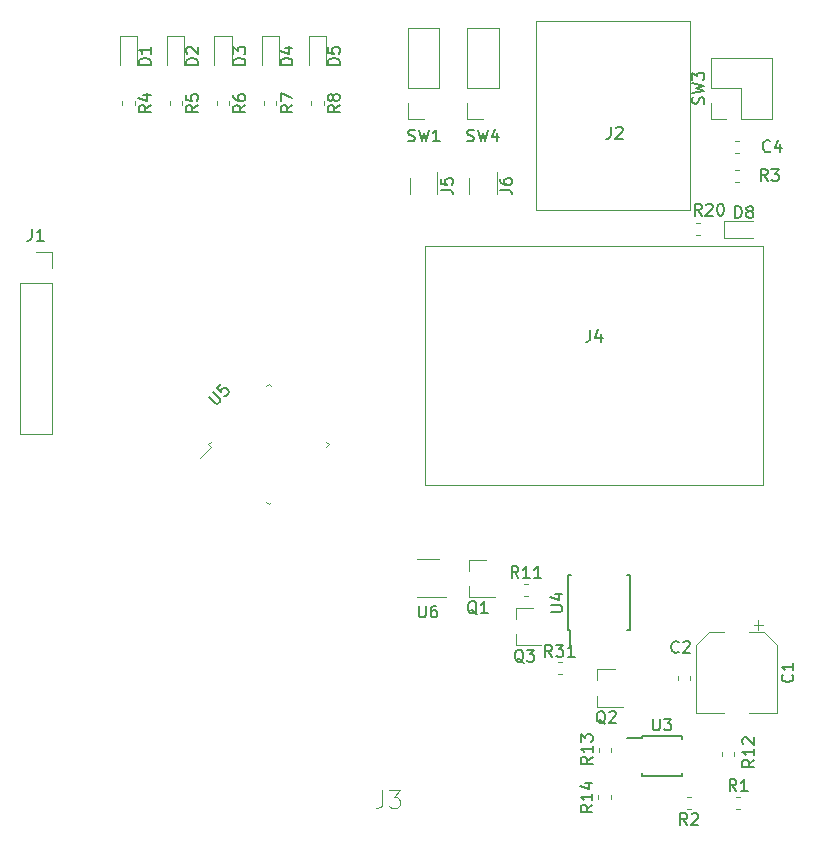
<source format=gbr>
%TF.GenerationSoftware,KiCad,Pcbnew,(5.1.4)-1*%
%TF.CreationDate,2020-12-20T21:21:52+02:00*%
%TF.ProjectId,Borta Dators,426f7274-6120-4446-9174-6f72732e6b69,rev?*%
%TF.SameCoordinates,Original*%
%TF.FileFunction,Legend,Top*%
%TF.FilePolarity,Positive*%
%FSLAX46Y46*%
G04 Gerber Fmt 4.6, Leading zero omitted, Abs format (unit mm)*
G04 Created by KiCad (PCBNEW (5.1.4)-1) date 2020-12-20 21:21:52*
%MOMM*%
%LPD*%
G04 APERTURE LIST*
%ADD10C,0.120000*%
%ADD11C,0.150000*%
%ADD12C,0.015000*%
G04 APERTURE END LIST*
D10*
%TO.C,J4*%
X146700000Y-69120000D02*
X146700000Y-89320000D01*
X118100000Y-89320000D02*
X146700000Y-89320000D01*
X118100000Y-69120000D02*
X118100000Y-89320000D01*
X118100000Y-69120000D02*
X146700000Y-69120000D01*
%TO.C,C1*%
X141080000Y-108620000D02*
X143430000Y-108620000D01*
X147900000Y-108620000D02*
X145550000Y-108620000D01*
X147900000Y-102864437D02*
X147900000Y-108620000D01*
X141080000Y-102864437D02*
X141080000Y-108620000D01*
X142144437Y-101800000D02*
X143430000Y-101800000D01*
X146835563Y-101800000D02*
X145550000Y-101800000D01*
X146835563Y-101800000D02*
X147900000Y-102864437D01*
X142144437Y-101800000D02*
X141080000Y-102864437D01*
X146337500Y-100772500D02*
X146337500Y-101560000D01*
X146731250Y-101166250D02*
X145943750Y-101166250D01*
%TO.C,C2*%
X139540000Y-105448733D02*
X139540000Y-105791267D01*
X140560000Y-105448733D02*
X140560000Y-105791267D01*
%TO.C,C4*%
X144691267Y-60160000D02*
X144348733Y-60160000D01*
X144691267Y-61180000D02*
X144348733Y-61180000D01*
%TO.C,D1*%
X93735000Y-53800000D02*
X93735000Y-51340000D01*
X93735000Y-51340000D02*
X92265000Y-51340000D01*
X92265000Y-51340000D02*
X92265000Y-53800000D01*
%TO.C,D2*%
X96265000Y-51340000D02*
X96265000Y-53800000D01*
X97735000Y-51340000D02*
X96265000Y-51340000D01*
X97735000Y-53800000D02*
X97735000Y-51340000D01*
%TO.C,D3*%
X101735000Y-53800000D02*
X101735000Y-51340000D01*
X101735000Y-51340000D02*
X100265000Y-51340000D01*
X100265000Y-51340000D02*
X100265000Y-53800000D01*
%TO.C,D4*%
X104265000Y-51340000D02*
X104265000Y-53800000D01*
X105735000Y-51340000D02*
X104265000Y-51340000D01*
X105735000Y-53800000D02*
X105735000Y-51340000D01*
%TO.C,D5*%
X109735000Y-53800000D02*
X109735000Y-51340000D01*
X109735000Y-51340000D02*
X108265000Y-51340000D01*
X108265000Y-51340000D02*
X108265000Y-53800000D01*
%TO.C,D8*%
X145900000Y-66945000D02*
X143440000Y-66945000D01*
X143440000Y-66945000D02*
X143440000Y-68415000D01*
X143440000Y-68415000D02*
X145900000Y-68415000D01*
%TO.C,J1*%
X83820000Y-72230000D02*
X86480000Y-72230000D01*
X83820000Y-72230000D02*
X83820000Y-84990000D01*
X83820000Y-84990000D02*
X86480000Y-84990000D01*
X86480000Y-72230000D02*
X86480000Y-84990000D01*
X86480000Y-69630000D02*
X86480000Y-70960000D01*
X85150000Y-69630000D02*
X86480000Y-69630000D01*
%TO.C,J2*%
X140500000Y-66000000D02*
X127500000Y-66000000D01*
X140500000Y-50000000D02*
X127500000Y-50000000D01*
X127500000Y-66000000D02*
X127500000Y-50000000D01*
X140500000Y-50000000D02*
X140500000Y-66000000D01*
%TO.C,J5*%
X116840000Y-63300000D02*
X116840000Y-64700000D01*
X119160000Y-64700000D02*
X119160000Y-62800000D01*
%TO.C,J6*%
X124160000Y-64700000D02*
X124160000Y-62800000D01*
X121840000Y-63300000D02*
X121840000Y-64700000D01*
%TO.C,Q1*%
X121830000Y-95650000D02*
X123290000Y-95650000D01*
X121830000Y-98810000D02*
X123990000Y-98810000D01*
X121830000Y-98810000D02*
X121830000Y-97880000D01*
X121830000Y-95650000D02*
X121830000Y-96580000D01*
%TO.C,Q2*%
X132700000Y-104920000D02*
X132700000Y-105850000D01*
X132700000Y-108080000D02*
X132700000Y-107150000D01*
X132700000Y-108080000D02*
X134860000Y-108080000D01*
X132700000Y-104920000D02*
X134160000Y-104920000D01*
%TO.C,Q3*%
X125780000Y-99740000D02*
X125780000Y-100670000D01*
X125780000Y-102900000D02*
X125780000Y-101970000D01*
X125780000Y-102900000D02*
X127940000Y-102900000D01*
X125780000Y-99740000D02*
X127240000Y-99740000D01*
%TO.C,R1*%
X144458733Y-115700000D02*
X144801267Y-115700000D01*
X144458733Y-116720000D02*
X144801267Y-116720000D01*
%TO.C,R2*%
X140641267Y-116730000D02*
X140298733Y-116730000D01*
X140641267Y-115710000D02*
X140298733Y-115710000D01*
%TO.C,R3*%
X144328733Y-62680000D02*
X144671267Y-62680000D01*
X144328733Y-63700000D02*
X144671267Y-63700000D01*
%TO.C,R4*%
X92490000Y-56828733D02*
X92490000Y-57171267D01*
X93510000Y-56828733D02*
X93510000Y-57171267D01*
%TO.C,R5*%
X96490000Y-56828733D02*
X96490000Y-57171267D01*
X97510000Y-56828733D02*
X97510000Y-57171267D01*
%TO.C,R6*%
X100490000Y-56828733D02*
X100490000Y-57171267D01*
X101510000Y-56828733D02*
X101510000Y-57171267D01*
%TO.C,R7*%
X104490000Y-56828733D02*
X104490000Y-57171267D01*
X105510000Y-56828733D02*
X105510000Y-57171267D01*
%TO.C,R8*%
X108490000Y-56828733D02*
X108490000Y-57171267D01*
X109510000Y-56828733D02*
X109510000Y-57171267D01*
%TO.C,R11*%
X126488733Y-98680000D02*
X126831267Y-98680000D01*
X126488733Y-97660000D02*
X126831267Y-97660000D01*
%TO.C,R12*%
X144290000Y-111938733D02*
X144290000Y-112281267D01*
X143270000Y-111938733D02*
X143270000Y-112281267D01*
%TO.C,R13*%
X133820000Y-111548733D02*
X133820000Y-111891267D01*
X132800000Y-111548733D02*
X132800000Y-111891267D01*
%TO.C,R14*%
X133810000Y-115588733D02*
X133810000Y-115931267D01*
X132790000Y-115588733D02*
X132790000Y-115931267D01*
%TO.C,R20*%
X141421267Y-67150000D02*
X141078733Y-67150000D01*
X141421267Y-68170000D02*
X141078733Y-68170000D01*
%TO.C,SW1*%
X119330000Y-55730000D02*
X116670000Y-55730000D01*
X119330000Y-55730000D02*
X119330000Y-50590000D01*
X119330000Y-50590000D02*
X116670000Y-50590000D01*
X116670000Y-55730000D02*
X116670000Y-50590000D01*
X116670000Y-58330000D02*
X116670000Y-57000000D01*
X118000000Y-58330000D02*
X116670000Y-58330000D01*
%TO.C,SW3*%
X147490000Y-58330000D02*
X147490000Y-53130000D01*
X144890000Y-58330000D02*
X147490000Y-58330000D01*
X142290000Y-53130000D02*
X147490000Y-53130000D01*
X144890000Y-58330000D02*
X144890000Y-55730000D01*
X144890000Y-55730000D02*
X142290000Y-55730000D01*
X142290000Y-55730000D02*
X142290000Y-53130000D01*
X143620000Y-58330000D02*
X142290000Y-58330000D01*
X142290000Y-58330000D02*
X142290000Y-57000000D01*
%TO.C,SW4*%
X123000000Y-58330000D02*
X121670000Y-58330000D01*
X121670000Y-58330000D02*
X121670000Y-57000000D01*
X121670000Y-55730000D02*
X121670000Y-50590000D01*
X124330000Y-50590000D02*
X121670000Y-50590000D01*
X124330000Y-55730000D02*
X124330000Y-50590000D01*
X124330000Y-55730000D02*
X121670000Y-55730000D01*
D11*
%TO.C,U3*%
X136485000Y-110565000D02*
X136485000Y-110740000D01*
X139835000Y-110565000D02*
X139835000Y-110815000D01*
X139835000Y-113915000D02*
X139835000Y-113665000D01*
X136485000Y-113915000D02*
X136485000Y-113665000D01*
X136485000Y-110565000D02*
X139835000Y-110565000D01*
X136485000Y-113915000D02*
X139835000Y-113915000D01*
X136485000Y-110740000D02*
X135235000Y-110740000D01*
%TO.C,U4*%
X130215000Y-101625000D02*
X130340000Y-101625000D01*
X130215000Y-96975000D02*
X130440000Y-96975000D01*
X135465000Y-96975000D02*
X135240000Y-96975000D01*
X135465000Y-101625000D02*
X135240000Y-101625000D01*
X130215000Y-101625000D02*
X130215000Y-96975000D01*
X135465000Y-101625000D02*
X135465000Y-96975000D01*
X130340000Y-101625000D02*
X130340000Y-102975000D01*
D10*
%TO.C,U5*%
X109753179Y-86062132D02*
X109965311Y-85850000D01*
X109965311Y-85850000D02*
X109753179Y-85637868D01*
X105072132Y-90743179D02*
X104860000Y-90955311D01*
X104860000Y-90955311D02*
X104647868Y-90743179D01*
X104647868Y-80956821D02*
X104860000Y-80744689D01*
X104860000Y-80744689D02*
X105072132Y-80956821D01*
X99966821Y-85637868D02*
X99754689Y-85850000D01*
X99754689Y-85850000D02*
X99966821Y-86062132D01*
X99966821Y-86062132D02*
X99036976Y-86991977D01*
%TO.C,U6*%
X119250000Y-95560000D02*
X117450000Y-95560000D01*
X117450000Y-98780000D02*
X119900000Y-98780000D01*
%TO.C,R31*%
X129328733Y-104330000D02*
X129671267Y-104330000D01*
X129328733Y-105350000D02*
X129671267Y-105350000D01*
%TO.C,J4*%
D11*
X132086666Y-76192380D02*
X132086666Y-76906666D01*
X132039047Y-77049523D01*
X131943809Y-77144761D01*
X131800952Y-77192380D01*
X131705714Y-77192380D01*
X132991428Y-76525714D02*
X132991428Y-77192380D01*
X132753333Y-76144761D02*
X132515238Y-76859047D01*
X133134285Y-76859047D01*
%TO.C,J3*%
D12*
X114500000Y-115178571D02*
X114500000Y-116250000D01*
X114428571Y-116464285D01*
X114285714Y-116607142D01*
X114071428Y-116678571D01*
X113928571Y-116678571D01*
X115071428Y-115178571D02*
X116000000Y-115178571D01*
X115500000Y-115750000D01*
X115714285Y-115750000D01*
X115857142Y-115821428D01*
X115928571Y-115892857D01*
X116000000Y-116035714D01*
X116000000Y-116392857D01*
X115928571Y-116535714D01*
X115857142Y-116607142D01*
X115714285Y-116678571D01*
X115285714Y-116678571D01*
X115142857Y-116607142D01*
X115071428Y-116535714D01*
%TO.C,C1*%
D11*
X149197142Y-105376666D02*
X149244761Y-105424285D01*
X149292380Y-105567142D01*
X149292380Y-105662380D01*
X149244761Y-105805238D01*
X149149523Y-105900476D01*
X149054285Y-105948095D01*
X148863809Y-105995714D01*
X148720952Y-105995714D01*
X148530476Y-105948095D01*
X148435238Y-105900476D01*
X148340000Y-105805238D01*
X148292380Y-105662380D01*
X148292380Y-105567142D01*
X148340000Y-105424285D01*
X148387619Y-105376666D01*
X149292380Y-104424285D02*
X149292380Y-104995714D01*
X149292380Y-104710000D02*
X148292380Y-104710000D01*
X148435238Y-104805238D01*
X148530476Y-104900476D01*
X148578095Y-104995714D01*
%TO.C,C2*%
X139573333Y-103437142D02*
X139525714Y-103484761D01*
X139382857Y-103532380D01*
X139287619Y-103532380D01*
X139144761Y-103484761D01*
X139049523Y-103389523D01*
X139001904Y-103294285D01*
X138954285Y-103103809D01*
X138954285Y-102960952D01*
X139001904Y-102770476D01*
X139049523Y-102675238D01*
X139144761Y-102580000D01*
X139287619Y-102532380D01*
X139382857Y-102532380D01*
X139525714Y-102580000D01*
X139573333Y-102627619D01*
X139954285Y-102627619D02*
X140001904Y-102580000D01*
X140097142Y-102532380D01*
X140335238Y-102532380D01*
X140430476Y-102580000D01*
X140478095Y-102627619D01*
X140525714Y-102722857D01*
X140525714Y-102818095D01*
X140478095Y-102960952D01*
X139906666Y-103532380D01*
X140525714Y-103532380D01*
%TO.C,C4*%
X147333333Y-61037142D02*
X147285714Y-61084761D01*
X147142857Y-61132380D01*
X147047619Y-61132380D01*
X146904761Y-61084761D01*
X146809523Y-60989523D01*
X146761904Y-60894285D01*
X146714285Y-60703809D01*
X146714285Y-60560952D01*
X146761904Y-60370476D01*
X146809523Y-60275238D01*
X146904761Y-60180000D01*
X147047619Y-60132380D01*
X147142857Y-60132380D01*
X147285714Y-60180000D01*
X147333333Y-60227619D01*
X148190476Y-60465714D02*
X148190476Y-61132380D01*
X147952380Y-60084761D02*
X147714285Y-60799047D01*
X148333333Y-60799047D01*
%TO.C,D1*%
X94882380Y-53738095D02*
X93882380Y-53738095D01*
X93882380Y-53500000D01*
X93930000Y-53357142D01*
X94025238Y-53261904D01*
X94120476Y-53214285D01*
X94310952Y-53166666D01*
X94453809Y-53166666D01*
X94644285Y-53214285D01*
X94739523Y-53261904D01*
X94834761Y-53357142D01*
X94882380Y-53500000D01*
X94882380Y-53738095D01*
X94882380Y-52214285D02*
X94882380Y-52785714D01*
X94882380Y-52500000D02*
X93882380Y-52500000D01*
X94025238Y-52595238D01*
X94120476Y-52690476D01*
X94168095Y-52785714D01*
%TO.C,D2*%
X98882380Y-53738095D02*
X97882380Y-53738095D01*
X97882380Y-53500000D01*
X97930000Y-53357142D01*
X98025238Y-53261904D01*
X98120476Y-53214285D01*
X98310952Y-53166666D01*
X98453809Y-53166666D01*
X98644285Y-53214285D01*
X98739523Y-53261904D01*
X98834761Y-53357142D01*
X98882380Y-53500000D01*
X98882380Y-53738095D01*
X97977619Y-52785714D02*
X97930000Y-52738095D01*
X97882380Y-52642857D01*
X97882380Y-52404761D01*
X97930000Y-52309523D01*
X97977619Y-52261904D01*
X98072857Y-52214285D01*
X98168095Y-52214285D01*
X98310952Y-52261904D01*
X98882380Y-52833333D01*
X98882380Y-52214285D01*
%TO.C,D3*%
X102882380Y-53738095D02*
X101882380Y-53738095D01*
X101882380Y-53500000D01*
X101930000Y-53357142D01*
X102025238Y-53261904D01*
X102120476Y-53214285D01*
X102310952Y-53166666D01*
X102453809Y-53166666D01*
X102644285Y-53214285D01*
X102739523Y-53261904D01*
X102834761Y-53357142D01*
X102882380Y-53500000D01*
X102882380Y-53738095D01*
X101882380Y-52833333D02*
X101882380Y-52214285D01*
X102263333Y-52547619D01*
X102263333Y-52404761D01*
X102310952Y-52309523D01*
X102358571Y-52261904D01*
X102453809Y-52214285D01*
X102691904Y-52214285D01*
X102787142Y-52261904D01*
X102834761Y-52309523D01*
X102882380Y-52404761D01*
X102882380Y-52690476D01*
X102834761Y-52785714D01*
X102787142Y-52833333D01*
%TO.C,D4*%
X106882380Y-53738095D02*
X105882380Y-53738095D01*
X105882380Y-53500000D01*
X105930000Y-53357142D01*
X106025238Y-53261904D01*
X106120476Y-53214285D01*
X106310952Y-53166666D01*
X106453809Y-53166666D01*
X106644285Y-53214285D01*
X106739523Y-53261904D01*
X106834761Y-53357142D01*
X106882380Y-53500000D01*
X106882380Y-53738095D01*
X106215714Y-52309523D02*
X106882380Y-52309523D01*
X105834761Y-52547619D02*
X106549047Y-52785714D01*
X106549047Y-52166666D01*
%TO.C,D5*%
X110882380Y-53738095D02*
X109882380Y-53738095D01*
X109882380Y-53500000D01*
X109930000Y-53357142D01*
X110025238Y-53261904D01*
X110120476Y-53214285D01*
X110310952Y-53166666D01*
X110453809Y-53166666D01*
X110644285Y-53214285D01*
X110739523Y-53261904D01*
X110834761Y-53357142D01*
X110882380Y-53500000D01*
X110882380Y-53738095D01*
X109882380Y-52261904D02*
X109882380Y-52738095D01*
X110358571Y-52785714D01*
X110310952Y-52738095D01*
X110263333Y-52642857D01*
X110263333Y-52404761D01*
X110310952Y-52309523D01*
X110358571Y-52261904D01*
X110453809Y-52214285D01*
X110691904Y-52214285D01*
X110787142Y-52261904D01*
X110834761Y-52309523D01*
X110882380Y-52404761D01*
X110882380Y-52642857D01*
X110834761Y-52738095D01*
X110787142Y-52785714D01*
%TO.C,D8*%
X144361904Y-66702380D02*
X144361904Y-65702380D01*
X144600000Y-65702380D01*
X144742857Y-65750000D01*
X144838095Y-65845238D01*
X144885714Y-65940476D01*
X144933333Y-66130952D01*
X144933333Y-66273809D01*
X144885714Y-66464285D01*
X144838095Y-66559523D01*
X144742857Y-66654761D01*
X144600000Y-66702380D01*
X144361904Y-66702380D01*
X145504761Y-66130952D02*
X145409523Y-66083333D01*
X145361904Y-66035714D01*
X145314285Y-65940476D01*
X145314285Y-65892857D01*
X145361904Y-65797619D01*
X145409523Y-65750000D01*
X145504761Y-65702380D01*
X145695238Y-65702380D01*
X145790476Y-65750000D01*
X145838095Y-65797619D01*
X145885714Y-65892857D01*
X145885714Y-65940476D01*
X145838095Y-66035714D01*
X145790476Y-66083333D01*
X145695238Y-66130952D01*
X145504761Y-66130952D01*
X145409523Y-66178571D01*
X145361904Y-66226190D01*
X145314285Y-66321428D01*
X145314285Y-66511904D01*
X145361904Y-66607142D01*
X145409523Y-66654761D01*
X145504761Y-66702380D01*
X145695238Y-66702380D01*
X145790476Y-66654761D01*
X145838095Y-66607142D01*
X145885714Y-66511904D01*
X145885714Y-66321428D01*
X145838095Y-66226190D01*
X145790476Y-66178571D01*
X145695238Y-66130952D01*
%TO.C,J1*%
X84816666Y-67642380D02*
X84816666Y-68356666D01*
X84769047Y-68499523D01*
X84673809Y-68594761D01*
X84530952Y-68642380D01*
X84435714Y-68642380D01*
X85816666Y-68642380D02*
X85245238Y-68642380D01*
X85530952Y-68642380D02*
X85530952Y-67642380D01*
X85435714Y-67785238D01*
X85340476Y-67880476D01*
X85245238Y-67928095D01*
%TO.C,J2*%
X133846666Y-58982380D02*
X133846666Y-59696666D01*
X133799047Y-59839523D01*
X133703809Y-59934761D01*
X133560952Y-59982380D01*
X133465714Y-59982380D01*
X134275238Y-59077619D02*
X134322857Y-59030000D01*
X134418095Y-58982380D01*
X134656190Y-58982380D01*
X134751428Y-59030000D01*
X134799047Y-59077619D01*
X134846666Y-59172857D01*
X134846666Y-59268095D01*
X134799047Y-59410952D01*
X134227619Y-59982380D01*
X134846666Y-59982380D01*
%TO.C,J5*%
X119452380Y-64333333D02*
X120166666Y-64333333D01*
X120309523Y-64380952D01*
X120404761Y-64476190D01*
X120452380Y-64619047D01*
X120452380Y-64714285D01*
X119452380Y-63380952D02*
X119452380Y-63857142D01*
X119928571Y-63904761D01*
X119880952Y-63857142D01*
X119833333Y-63761904D01*
X119833333Y-63523809D01*
X119880952Y-63428571D01*
X119928571Y-63380952D01*
X120023809Y-63333333D01*
X120261904Y-63333333D01*
X120357142Y-63380952D01*
X120404761Y-63428571D01*
X120452380Y-63523809D01*
X120452380Y-63761904D01*
X120404761Y-63857142D01*
X120357142Y-63904761D01*
%TO.C,J6*%
X124452380Y-64333333D02*
X125166666Y-64333333D01*
X125309523Y-64380952D01*
X125404761Y-64476190D01*
X125452380Y-64619047D01*
X125452380Y-64714285D01*
X124452380Y-63428571D02*
X124452380Y-63619047D01*
X124500000Y-63714285D01*
X124547619Y-63761904D01*
X124690476Y-63857142D01*
X124880952Y-63904761D01*
X125261904Y-63904761D01*
X125357142Y-63857142D01*
X125404761Y-63809523D01*
X125452380Y-63714285D01*
X125452380Y-63523809D01*
X125404761Y-63428571D01*
X125357142Y-63380952D01*
X125261904Y-63333333D01*
X125023809Y-63333333D01*
X124928571Y-63380952D01*
X124880952Y-63428571D01*
X124833333Y-63523809D01*
X124833333Y-63714285D01*
X124880952Y-63809523D01*
X124928571Y-63857142D01*
X125023809Y-63904761D01*
%TO.C,Q1*%
X122494761Y-100277619D02*
X122399523Y-100230000D01*
X122304285Y-100134761D01*
X122161428Y-99991904D01*
X122066190Y-99944285D01*
X121970952Y-99944285D01*
X122018571Y-100182380D02*
X121923333Y-100134761D01*
X121828095Y-100039523D01*
X121780476Y-99849047D01*
X121780476Y-99515714D01*
X121828095Y-99325238D01*
X121923333Y-99230000D01*
X122018571Y-99182380D01*
X122209047Y-99182380D01*
X122304285Y-99230000D01*
X122399523Y-99325238D01*
X122447142Y-99515714D01*
X122447142Y-99849047D01*
X122399523Y-100039523D01*
X122304285Y-100134761D01*
X122209047Y-100182380D01*
X122018571Y-100182380D01*
X123399523Y-100182380D02*
X122828095Y-100182380D01*
X123113809Y-100182380D02*
X123113809Y-99182380D01*
X123018571Y-99325238D01*
X122923333Y-99420476D01*
X122828095Y-99468095D01*
%TO.C,Q2*%
X133364761Y-109547619D02*
X133269523Y-109500000D01*
X133174285Y-109404761D01*
X133031428Y-109261904D01*
X132936190Y-109214285D01*
X132840952Y-109214285D01*
X132888571Y-109452380D02*
X132793333Y-109404761D01*
X132698095Y-109309523D01*
X132650476Y-109119047D01*
X132650476Y-108785714D01*
X132698095Y-108595238D01*
X132793333Y-108500000D01*
X132888571Y-108452380D01*
X133079047Y-108452380D01*
X133174285Y-108500000D01*
X133269523Y-108595238D01*
X133317142Y-108785714D01*
X133317142Y-109119047D01*
X133269523Y-109309523D01*
X133174285Y-109404761D01*
X133079047Y-109452380D01*
X132888571Y-109452380D01*
X133698095Y-108547619D02*
X133745714Y-108500000D01*
X133840952Y-108452380D01*
X134079047Y-108452380D01*
X134174285Y-108500000D01*
X134221904Y-108547619D01*
X134269523Y-108642857D01*
X134269523Y-108738095D01*
X134221904Y-108880952D01*
X133650476Y-109452380D01*
X134269523Y-109452380D01*
%TO.C,Q3*%
X126444761Y-104367619D02*
X126349523Y-104320000D01*
X126254285Y-104224761D01*
X126111428Y-104081904D01*
X126016190Y-104034285D01*
X125920952Y-104034285D01*
X125968571Y-104272380D02*
X125873333Y-104224761D01*
X125778095Y-104129523D01*
X125730476Y-103939047D01*
X125730476Y-103605714D01*
X125778095Y-103415238D01*
X125873333Y-103320000D01*
X125968571Y-103272380D01*
X126159047Y-103272380D01*
X126254285Y-103320000D01*
X126349523Y-103415238D01*
X126397142Y-103605714D01*
X126397142Y-103939047D01*
X126349523Y-104129523D01*
X126254285Y-104224761D01*
X126159047Y-104272380D01*
X125968571Y-104272380D01*
X126730476Y-103272380D02*
X127349523Y-103272380D01*
X127016190Y-103653333D01*
X127159047Y-103653333D01*
X127254285Y-103700952D01*
X127301904Y-103748571D01*
X127349523Y-103843809D01*
X127349523Y-104081904D01*
X127301904Y-104177142D01*
X127254285Y-104224761D01*
X127159047Y-104272380D01*
X126873333Y-104272380D01*
X126778095Y-104224761D01*
X126730476Y-104177142D01*
%TO.C,R1*%
X144463333Y-115232380D02*
X144130000Y-114756190D01*
X143891904Y-115232380D02*
X143891904Y-114232380D01*
X144272857Y-114232380D01*
X144368095Y-114280000D01*
X144415714Y-114327619D01*
X144463333Y-114422857D01*
X144463333Y-114565714D01*
X144415714Y-114660952D01*
X144368095Y-114708571D01*
X144272857Y-114756190D01*
X143891904Y-114756190D01*
X145415714Y-115232380D02*
X144844285Y-115232380D01*
X145130000Y-115232380D02*
X145130000Y-114232380D01*
X145034761Y-114375238D01*
X144939523Y-114470476D01*
X144844285Y-114518095D01*
%TO.C,R2*%
X140303333Y-118102380D02*
X139970000Y-117626190D01*
X139731904Y-118102380D02*
X139731904Y-117102380D01*
X140112857Y-117102380D01*
X140208095Y-117150000D01*
X140255714Y-117197619D01*
X140303333Y-117292857D01*
X140303333Y-117435714D01*
X140255714Y-117530952D01*
X140208095Y-117578571D01*
X140112857Y-117626190D01*
X139731904Y-117626190D01*
X140684285Y-117197619D02*
X140731904Y-117150000D01*
X140827142Y-117102380D01*
X141065238Y-117102380D01*
X141160476Y-117150000D01*
X141208095Y-117197619D01*
X141255714Y-117292857D01*
X141255714Y-117388095D01*
X141208095Y-117530952D01*
X140636666Y-118102380D01*
X141255714Y-118102380D01*
%TO.C,R3*%
X147103333Y-63582380D02*
X146770000Y-63106190D01*
X146531904Y-63582380D02*
X146531904Y-62582380D01*
X146912857Y-62582380D01*
X147008095Y-62630000D01*
X147055714Y-62677619D01*
X147103333Y-62772857D01*
X147103333Y-62915714D01*
X147055714Y-63010952D01*
X147008095Y-63058571D01*
X146912857Y-63106190D01*
X146531904Y-63106190D01*
X147436666Y-62582380D02*
X148055714Y-62582380D01*
X147722380Y-62963333D01*
X147865238Y-62963333D01*
X147960476Y-63010952D01*
X148008095Y-63058571D01*
X148055714Y-63153809D01*
X148055714Y-63391904D01*
X148008095Y-63487142D01*
X147960476Y-63534761D01*
X147865238Y-63582380D01*
X147579523Y-63582380D01*
X147484285Y-63534761D01*
X147436666Y-63487142D01*
%TO.C,R4*%
X94882380Y-57166666D02*
X94406190Y-57500000D01*
X94882380Y-57738095D02*
X93882380Y-57738095D01*
X93882380Y-57357142D01*
X93930000Y-57261904D01*
X93977619Y-57214285D01*
X94072857Y-57166666D01*
X94215714Y-57166666D01*
X94310952Y-57214285D01*
X94358571Y-57261904D01*
X94406190Y-57357142D01*
X94406190Y-57738095D01*
X94215714Y-56309523D02*
X94882380Y-56309523D01*
X93834761Y-56547619D02*
X94549047Y-56785714D01*
X94549047Y-56166666D01*
%TO.C,R5*%
X98882380Y-57166666D02*
X98406190Y-57500000D01*
X98882380Y-57738095D02*
X97882380Y-57738095D01*
X97882380Y-57357142D01*
X97930000Y-57261904D01*
X97977619Y-57214285D01*
X98072857Y-57166666D01*
X98215714Y-57166666D01*
X98310952Y-57214285D01*
X98358571Y-57261904D01*
X98406190Y-57357142D01*
X98406190Y-57738095D01*
X97882380Y-56261904D02*
X97882380Y-56738095D01*
X98358571Y-56785714D01*
X98310952Y-56738095D01*
X98263333Y-56642857D01*
X98263333Y-56404761D01*
X98310952Y-56309523D01*
X98358571Y-56261904D01*
X98453809Y-56214285D01*
X98691904Y-56214285D01*
X98787142Y-56261904D01*
X98834761Y-56309523D01*
X98882380Y-56404761D01*
X98882380Y-56642857D01*
X98834761Y-56738095D01*
X98787142Y-56785714D01*
%TO.C,R6*%
X102882380Y-57166666D02*
X102406190Y-57500000D01*
X102882380Y-57738095D02*
X101882380Y-57738095D01*
X101882380Y-57357142D01*
X101930000Y-57261904D01*
X101977619Y-57214285D01*
X102072857Y-57166666D01*
X102215714Y-57166666D01*
X102310952Y-57214285D01*
X102358571Y-57261904D01*
X102406190Y-57357142D01*
X102406190Y-57738095D01*
X101882380Y-56309523D02*
X101882380Y-56500000D01*
X101930000Y-56595238D01*
X101977619Y-56642857D01*
X102120476Y-56738095D01*
X102310952Y-56785714D01*
X102691904Y-56785714D01*
X102787142Y-56738095D01*
X102834761Y-56690476D01*
X102882380Y-56595238D01*
X102882380Y-56404761D01*
X102834761Y-56309523D01*
X102787142Y-56261904D01*
X102691904Y-56214285D01*
X102453809Y-56214285D01*
X102358571Y-56261904D01*
X102310952Y-56309523D01*
X102263333Y-56404761D01*
X102263333Y-56595238D01*
X102310952Y-56690476D01*
X102358571Y-56738095D01*
X102453809Y-56785714D01*
%TO.C,R7*%
X106882380Y-57166666D02*
X106406190Y-57500000D01*
X106882380Y-57738095D02*
X105882380Y-57738095D01*
X105882380Y-57357142D01*
X105930000Y-57261904D01*
X105977619Y-57214285D01*
X106072857Y-57166666D01*
X106215714Y-57166666D01*
X106310952Y-57214285D01*
X106358571Y-57261904D01*
X106406190Y-57357142D01*
X106406190Y-57738095D01*
X105882380Y-56833333D02*
X105882380Y-56166666D01*
X106882380Y-56595238D01*
%TO.C,R8*%
X110882380Y-57166666D02*
X110406190Y-57500000D01*
X110882380Y-57738095D02*
X109882380Y-57738095D01*
X109882380Y-57357142D01*
X109930000Y-57261904D01*
X109977619Y-57214285D01*
X110072857Y-57166666D01*
X110215714Y-57166666D01*
X110310952Y-57214285D01*
X110358571Y-57261904D01*
X110406190Y-57357142D01*
X110406190Y-57738095D01*
X110310952Y-56595238D02*
X110263333Y-56690476D01*
X110215714Y-56738095D01*
X110120476Y-56785714D01*
X110072857Y-56785714D01*
X109977619Y-56738095D01*
X109930000Y-56690476D01*
X109882380Y-56595238D01*
X109882380Y-56404761D01*
X109930000Y-56309523D01*
X109977619Y-56261904D01*
X110072857Y-56214285D01*
X110120476Y-56214285D01*
X110215714Y-56261904D01*
X110263333Y-56309523D01*
X110310952Y-56404761D01*
X110310952Y-56595238D01*
X110358571Y-56690476D01*
X110406190Y-56738095D01*
X110501428Y-56785714D01*
X110691904Y-56785714D01*
X110787142Y-56738095D01*
X110834761Y-56690476D01*
X110882380Y-56595238D01*
X110882380Y-56404761D01*
X110834761Y-56309523D01*
X110787142Y-56261904D01*
X110691904Y-56214285D01*
X110501428Y-56214285D01*
X110406190Y-56261904D01*
X110358571Y-56309523D01*
X110310952Y-56404761D01*
%TO.C,R11*%
X126017142Y-97192380D02*
X125683809Y-96716190D01*
X125445714Y-97192380D02*
X125445714Y-96192380D01*
X125826666Y-96192380D01*
X125921904Y-96240000D01*
X125969523Y-96287619D01*
X126017142Y-96382857D01*
X126017142Y-96525714D01*
X125969523Y-96620952D01*
X125921904Y-96668571D01*
X125826666Y-96716190D01*
X125445714Y-96716190D01*
X126969523Y-97192380D02*
X126398095Y-97192380D01*
X126683809Y-97192380D02*
X126683809Y-96192380D01*
X126588571Y-96335238D01*
X126493333Y-96430476D01*
X126398095Y-96478095D01*
X127921904Y-97192380D02*
X127350476Y-97192380D01*
X127636190Y-97192380D02*
X127636190Y-96192380D01*
X127540952Y-96335238D01*
X127445714Y-96430476D01*
X127350476Y-96478095D01*
%TO.C,R12*%
X145972380Y-112592857D02*
X145496190Y-112926190D01*
X145972380Y-113164285D02*
X144972380Y-113164285D01*
X144972380Y-112783333D01*
X145020000Y-112688095D01*
X145067619Y-112640476D01*
X145162857Y-112592857D01*
X145305714Y-112592857D01*
X145400952Y-112640476D01*
X145448571Y-112688095D01*
X145496190Y-112783333D01*
X145496190Y-113164285D01*
X145972380Y-111640476D02*
X145972380Y-112211904D01*
X145972380Y-111926190D02*
X144972380Y-111926190D01*
X145115238Y-112021428D01*
X145210476Y-112116666D01*
X145258095Y-112211904D01*
X145067619Y-111259523D02*
X145020000Y-111211904D01*
X144972380Y-111116666D01*
X144972380Y-110878571D01*
X145020000Y-110783333D01*
X145067619Y-110735714D01*
X145162857Y-110688095D01*
X145258095Y-110688095D01*
X145400952Y-110735714D01*
X145972380Y-111307142D01*
X145972380Y-110688095D01*
%TO.C,R13*%
X132292380Y-112332857D02*
X131816190Y-112666190D01*
X132292380Y-112904285D02*
X131292380Y-112904285D01*
X131292380Y-112523333D01*
X131340000Y-112428095D01*
X131387619Y-112380476D01*
X131482857Y-112332857D01*
X131625714Y-112332857D01*
X131720952Y-112380476D01*
X131768571Y-112428095D01*
X131816190Y-112523333D01*
X131816190Y-112904285D01*
X132292380Y-111380476D02*
X132292380Y-111951904D01*
X132292380Y-111666190D02*
X131292380Y-111666190D01*
X131435238Y-111761428D01*
X131530476Y-111856666D01*
X131578095Y-111951904D01*
X131292380Y-111047142D02*
X131292380Y-110428095D01*
X131673333Y-110761428D01*
X131673333Y-110618571D01*
X131720952Y-110523333D01*
X131768571Y-110475714D01*
X131863809Y-110428095D01*
X132101904Y-110428095D01*
X132197142Y-110475714D01*
X132244761Y-110523333D01*
X132292380Y-110618571D01*
X132292380Y-110904285D01*
X132244761Y-110999523D01*
X132197142Y-111047142D01*
%TO.C,R14*%
X132282380Y-116392857D02*
X131806190Y-116726190D01*
X132282380Y-116964285D02*
X131282380Y-116964285D01*
X131282380Y-116583333D01*
X131330000Y-116488095D01*
X131377619Y-116440476D01*
X131472857Y-116392857D01*
X131615714Y-116392857D01*
X131710952Y-116440476D01*
X131758571Y-116488095D01*
X131806190Y-116583333D01*
X131806190Y-116964285D01*
X132282380Y-115440476D02*
X132282380Y-116011904D01*
X132282380Y-115726190D02*
X131282380Y-115726190D01*
X131425238Y-115821428D01*
X131520476Y-115916666D01*
X131568095Y-116011904D01*
X131615714Y-114583333D02*
X132282380Y-114583333D01*
X131234761Y-114821428D02*
X131949047Y-115059523D01*
X131949047Y-114440476D01*
%TO.C,R20*%
X141517142Y-66502380D02*
X141183809Y-66026190D01*
X140945714Y-66502380D02*
X140945714Y-65502380D01*
X141326666Y-65502380D01*
X141421904Y-65550000D01*
X141469523Y-65597619D01*
X141517142Y-65692857D01*
X141517142Y-65835714D01*
X141469523Y-65930952D01*
X141421904Y-65978571D01*
X141326666Y-66026190D01*
X140945714Y-66026190D01*
X141898095Y-65597619D02*
X141945714Y-65550000D01*
X142040952Y-65502380D01*
X142279047Y-65502380D01*
X142374285Y-65550000D01*
X142421904Y-65597619D01*
X142469523Y-65692857D01*
X142469523Y-65788095D01*
X142421904Y-65930952D01*
X141850476Y-66502380D01*
X142469523Y-66502380D01*
X143088571Y-65502380D02*
X143183809Y-65502380D01*
X143279047Y-65550000D01*
X143326666Y-65597619D01*
X143374285Y-65692857D01*
X143421904Y-65883333D01*
X143421904Y-66121428D01*
X143374285Y-66311904D01*
X143326666Y-66407142D01*
X143279047Y-66454761D01*
X143183809Y-66502380D01*
X143088571Y-66502380D01*
X142993333Y-66454761D01*
X142945714Y-66407142D01*
X142898095Y-66311904D01*
X142850476Y-66121428D01*
X142850476Y-65883333D01*
X142898095Y-65692857D01*
X142945714Y-65597619D01*
X142993333Y-65550000D01*
X143088571Y-65502380D01*
%TO.C,SW1*%
X116666666Y-60174761D02*
X116809523Y-60222380D01*
X117047619Y-60222380D01*
X117142857Y-60174761D01*
X117190476Y-60127142D01*
X117238095Y-60031904D01*
X117238095Y-59936666D01*
X117190476Y-59841428D01*
X117142857Y-59793809D01*
X117047619Y-59746190D01*
X116857142Y-59698571D01*
X116761904Y-59650952D01*
X116714285Y-59603333D01*
X116666666Y-59508095D01*
X116666666Y-59412857D01*
X116714285Y-59317619D01*
X116761904Y-59270000D01*
X116857142Y-59222380D01*
X117095238Y-59222380D01*
X117238095Y-59270000D01*
X117571428Y-59222380D02*
X117809523Y-60222380D01*
X118000000Y-59508095D01*
X118190476Y-60222380D01*
X118428571Y-59222380D01*
X119333333Y-60222380D02*
X118761904Y-60222380D01*
X119047619Y-60222380D02*
X119047619Y-59222380D01*
X118952380Y-59365238D01*
X118857142Y-59460476D01*
X118761904Y-59508095D01*
%TO.C,SW3*%
X141694761Y-57063333D02*
X141742380Y-56920476D01*
X141742380Y-56682380D01*
X141694761Y-56587142D01*
X141647142Y-56539523D01*
X141551904Y-56491904D01*
X141456666Y-56491904D01*
X141361428Y-56539523D01*
X141313809Y-56587142D01*
X141266190Y-56682380D01*
X141218571Y-56872857D01*
X141170952Y-56968095D01*
X141123333Y-57015714D01*
X141028095Y-57063333D01*
X140932857Y-57063333D01*
X140837619Y-57015714D01*
X140790000Y-56968095D01*
X140742380Y-56872857D01*
X140742380Y-56634761D01*
X140790000Y-56491904D01*
X140742380Y-56158571D02*
X141742380Y-55920476D01*
X141028095Y-55730000D01*
X141742380Y-55539523D01*
X140742380Y-55301428D01*
X140742380Y-55015714D02*
X140742380Y-54396666D01*
X141123333Y-54730000D01*
X141123333Y-54587142D01*
X141170952Y-54491904D01*
X141218571Y-54444285D01*
X141313809Y-54396666D01*
X141551904Y-54396666D01*
X141647142Y-54444285D01*
X141694761Y-54491904D01*
X141742380Y-54587142D01*
X141742380Y-54872857D01*
X141694761Y-54968095D01*
X141647142Y-55015714D01*
%TO.C,SW4*%
X121666666Y-60174761D02*
X121809523Y-60222380D01*
X122047619Y-60222380D01*
X122142857Y-60174761D01*
X122190476Y-60127142D01*
X122238095Y-60031904D01*
X122238095Y-59936666D01*
X122190476Y-59841428D01*
X122142857Y-59793809D01*
X122047619Y-59746190D01*
X121857142Y-59698571D01*
X121761904Y-59650952D01*
X121714285Y-59603333D01*
X121666666Y-59508095D01*
X121666666Y-59412857D01*
X121714285Y-59317619D01*
X121761904Y-59270000D01*
X121857142Y-59222380D01*
X122095238Y-59222380D01*
X122238095Y-59270000D01*
X122571428Y-59222380D02*
X122809523Y-60222380D01*
X123000000Y-59508095D01*
X123190476Y-60222380D01*
X123428571Y-59222380D01*
X124238095Y-59555714D02*
X124238095Y-60222380D01*
X124000000Y-59174761D02*
X123761904Y-59889047D01*
X124380952Y-59889047D01*
%TO.C,U3*%
X137398095Y-109092380D02*
X137398095Y-109901904D01*
X137445714Y-109997142D01*
X137493333Y-110044761D01*
X137588571Y-110092380D01*
X137779047Y-110092380D01*
X137874285Y-110044761D01*
X137921904Y-109997142D01*
X137969523Y-109901904D01*
X137969523Y-109092380D01*
X138350476Y-109092380D02*
X138969523Y-109092380D01*
X138636190Y-109473333D01*
X138779047Y-109473333D01*
X138874285Y-109520952D01*
X138921904Y-109568571D01*
X138969523Y-109663809D01*
X138969523Y-109901904D01*
X138921904Y-109997142D01*
X138874285Y-110044761D01*
X138779047Y-110092380D01*
X138493333Y-110092380D01*
X138398095Y-110044761D01*
X138350476Y-109997142D01*
%TO.C,U4*%
X128742380Y-100061904D02*
X129551904Y-100061904D01*
X129647142Y-100014285D01*
X129694761Y-99966666D01*
X129742380Y-99871428D01*
X129742380Y-99680952D01*
X129694761Y-99585714D01*
X129647142Y-99538095D01*
X129551904Y-99490476D01*
X128742380Y-99490476D01*
X129075714Y-98585714D02*
X129742380Y-98585714D01*
X128694761Y-98823809D02*
X129409047Y-99061904D01*
X129409047Y-98442857D01*
%TO.C,U5*%
X99776238Y-81843734D02*
X100348658Y-82416154D01*
X100449673Y-82449826D01*
X100517017Y-82449826D01*
X100618032Y-82416154D01*
X100752719Y-82281467D01*
X100786391Y-82180452D01*
X100786391Y-82113108D01*
X100752719Y-82012093D01*
X100180299Y-81439673D01*
X100853734Y-80766238D02*
X100517017Y-81102956D01*
X100820063Y-81473345D01*
X100820063Y-81406002D01*
X100853734Y-81304986D01*
X101022093Y-81136628D01*
X101123108Y-81102956D01*
X101190452Y-81102956D01*
X101291467Y-81136628D01*
X101459826Y-81304986D01*
X101493498Y-81406002D01*
X101493498Y-81473345D01*
X101459826Y-81574360D01*
X101291467Y-81742719D01*
X101190452Y-81776391D01*
X101123108Y-81776391D01*
%TO.C,U6*%
X117588095Y-99522380D02*
X117588095Y-100331904D01*
X117635714Y-100427142D01*
X117683333Y-100474761D01*
X117778571Y-100522380D01*
X117969047Y-100522380D01*
X118064285Y-100474761D01*
X118111904Y-100427142D01*
X118159523Y-100331904D01*
X118159523Y-99522380D01*
X119064285Y-99522380D02*
X118873809Y-99522380D01*
X118778571Y-99570000D01*
X118730952Y-99617619D01*
X118635714Y-99760476D01*
X118588095Y-99950952D01*
X118588095Y-100331904D01*
X118635714Y-100427142D01*
X118683333Y-100474761D01*
X118778571Y-100522380D01*
X118969047Y-100522380D01*
X119064285Y-100474761D01*
X119111904Y-100427142D01*
X119159523Y-100331904D01*
X119159523Y-100093809D01*
X119111904Y-99998571D01*
X119064285Y-99950952D01*
X118969047Y-99903333D01*
X118778571Y-99903333D01*
X118683333Y-99950952D01*
X118635714Y-99998571D01*
X118588095Y-100093809D01*
%TO.C,R31*%
X128857142Y-103862380D02*
X128523809Y-103386190D01*
X128285714Y-103862380D02*
X128285714Y-102862380D01*
X128666666Y-102862380D01*
X128761904Y-102910000D01*
X128809523Y-102957619D01*
X128857142Y-103052857D01*
X128857142Y-103195714D01*
X128809523Y-103290952D01*
X128761904Y-103338571D01*
X128666666Y-103386190D01*
X128285714Y-103386190D01*
X129190476Y-102862380D02*
X129809523Y-102862380D01*
X129476190Y-103243333D01*
X129619047Y-103243333D01*
X129714285Y-103290952D01*
X129761904Y-103338571D01*
X129809523Y-103433809D01*
X129809523Y-103671904D01*
X129761904Y-103767142D01*
X129714285Y-103814761D01*
X129619047Y-103862380D01*
X129333333Y-103862380D01*
X129238095Y-103814761D01*
X129190476Y-103767142D01*
X130761904Y-103862380D02*
X130190476Y-103862380D01*
X130476190Y-103862380D02*
X130476190Y-102862380D01*
X130380952Y-103005238D01*
X130285714Y-103100476D01*
X130190476Y-103148095D01*
%TD*%
M02*

</source>
